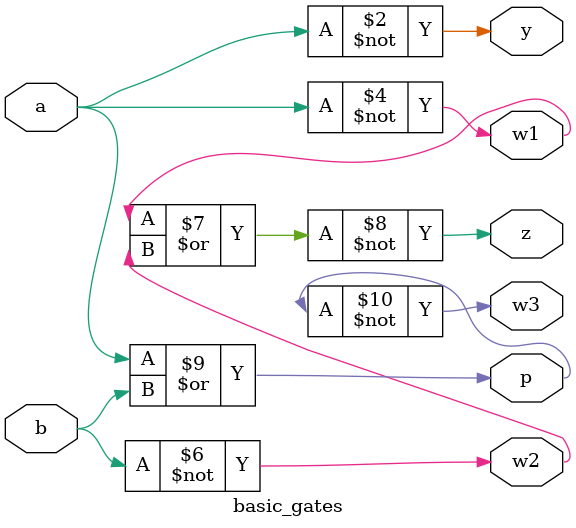
<source format=sv>
module basic_gates(y,w1,w2,z,w3,p,a,b);
  input a,b;
  output y,w1,z,w2,w3,p;

  nor n1(y,a,a);
  nor n2(w1,a,a);
  nor n3(w2,b,b);
  nor n4(z,w1,w2);
  nor n5(w3,a,b);
  nor n6(p,w3,w3);
 
 endmodule

</source>
